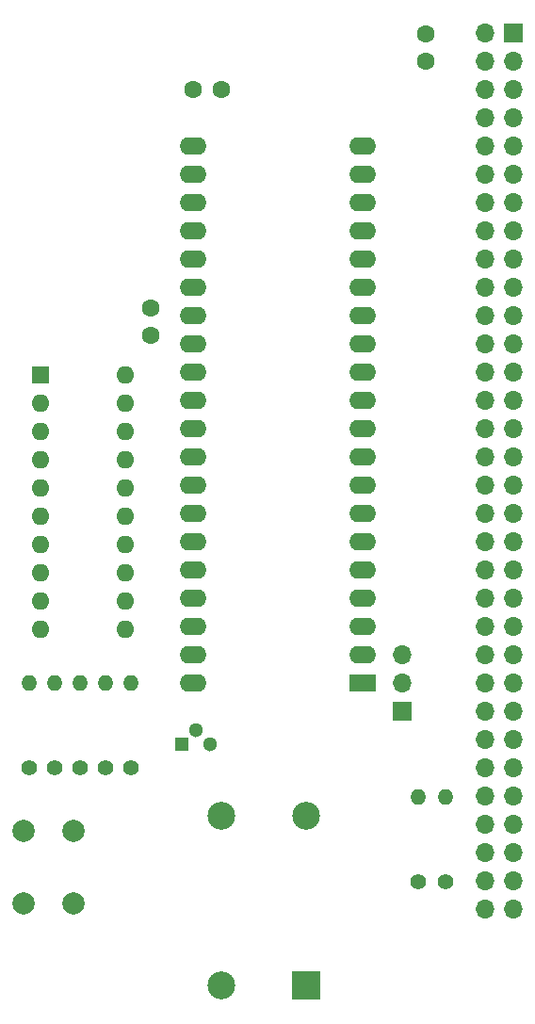
<source format=gbs>
G04 #@! TF.GenerationSoftware,KiCad,Pcbnew,(7.0.0)*
G04 #@! TF.CreationDate,2024-08-22T13:09:56-04:00*
G04 #@! TF.ProjectId,LB-65CXX-01,4c422d36-3543-4585-982d-30312e6b6963,1*
G04 #@! TF.SameCoordinates,Original*
G04 #@! TF.FileFunction,Soldermask,Bot*
G04 #@! TF.FilePolarity,Negative*
%FSLAX46Y46*%
G04 Gerber Fmt 4.6, Leading zero omitted, Abs format (unit mm)*
G04 Created by KiCad (PCBNEW (7.0.0)) date 2024-08-22 13:09:56*
%MOMM*%
%LPD*%
G01*
G04 APERTURE LIST*
%ADD10R,1.700000X1.700000*%
%ADD11O,1.700000X1.700000*%
%ADD12R,2.400000X1.600000*%
%ADD13O,2.400000X1.600000*%
%ADD14C,1.400000*%
%ADD15O,1.400000X1.400000*%
%ADD16R,1.300000X1.300000*%
%ADD17C,1.300000*%
%ADD18R,1.600000X1.600000*%
%ADD19O,1.600000X1.600000*%
%ADD20C,1.600000*%
%ADD21R,2.500000X2.500000*%
%ADD22C,2.500000*%
%ADD23C,2.000000*%
G04 APERTURE END LIST*
D10*
X179889999Y-54614999D03*
D11*
X177349999Y-54614999D03*
X179889999Y-57154999D03*
X177349999Y-57154999D03*
X179889999Y-59694999D03*
X177349999Y-59694999D03*
X179889999Y-62234999D03*
X177349999Y-62234999D03*
X179889999Y-64774999D03*
X177349999Y-64774999D03*
X179889999Y-67314999D03*
X177349999Y-67314999D03*
X179889999Y-69854999D03*
X177349999Y-69854999D03*
X179889999Y-72394999D03*
X177349999Y-72394999D03*
X179889999Y-74934999D03*
X177349999Y-74934999D03*
X179889999Y-77474999D03*
X177349999Y-77474999D03*
X179889999Y-80014999D03*
X177349999Y-80014999D03*
X179889999Y-82554999D03*
X177349999Y-82554999D03*
X179889999Y-85094999D03*
X177349999Y-85094999D03*
X179889999Y-87634999D03*
X177349999Y-87634999D03*
X179889999Y-90174999D03*
X177349999Y-90174999D03*
X179889999Y-92714999D03*
X177349999Y-92714999D03*
X179889999Y-95254999D03*
X177349999Y-95254999D03*
X179889999Y-97794999D03*
X177349999Y-97794999D03*
X179889999Y-100334999D03*
X177349999Y-100334999D03*
X179889999Y-102874999D03*
X177349999Y-102874999D03*
X179889999Y-105414999D03*
X177349999Y-105414999D03*
X179889999Y-107954999D03*
X177349999Y-107954999D03*
X179889999Y-110494999D03*
X177349999Y-110494999D03*
X179889999Y-113034999D03*
X177349999Y-113034999D03*
X179889999Y-115574999D03*
X177349999Y-115574999D03*
X179889999Y-118114999D03*
X177349999Y-118114999D03*
X179889999Y-120654999D03*
X177349999Y-120654999D03*
X179889999Y-123194999D03*
X177349999Y-123194999D03*
X179889999Y-125734999D03*
X177349999Y-125734999D03*
X179889999Y-128274999D03*
X177349999Y-128274999D03*
X179889999Y-130814999D03*
X177349999Y-130814999D03*
X179889999Y-133354999D03*
X177349999Y-133354999D03*
D12*
X166374999Y-113024999D03*
D13*
X166374999Y-110484999D03*
X166374999Y-107944999D03*
X166374999Y-105404999D03*
X166374999Y-102864999D03*
X166374999Y-100324999D03*
X166374999Y-97784999D03*
X166374999Y-95244999D03*
X166374999Y-92704999D03*
X166374999Y-90164999D03*
X166374999Y-87624999D03*
X166374999Y-85084999D03*
X166374999Y-82544999D03*
X166374999Y-80004999D03*
X166374999Y-77464999D03*
X166374999Y-74924999D03*
X166374999Y-72384999D03*
X166374999Y-69844999D03*
X166374999Y-67304999D03*
X166374999Y-64764999D03*
X151134999Y-64764999D03*
X151134999Y-67304999D03*
X151134999Y-69844999D03*
X151134999Y-72384999D03*
X151134999Y-74924999D03*
X151134999Y-77464999D03*
X151134999Y-80004999D03*
X151134999Y-82544999D03*
X151134999Y-85084999D03*
X151134999Y-87624999D03*
X151134999Y-90164999D03*
X151134999Y-92704999D03*
X151134999Y-95244999D03*
X151134999Y-97784999D03*
X151134999Y-100324999D03*
X151134999Y-102864999D03*
X151134999Y-105404999D03*
X151134999Y-107944999D03*
X151134999Y-110484999D03*
X151134999Y-113024999D03*
D14*
X171399200Y-130860800D03*
D15*
X171399199Y-123240799D03*
D14*
X145542000Y-120650000D03*
D15*
X145541999Y-113029999D03*
D14*
X140970000Y-120650000D03*
D15*
X140969999Y-113029999D03*
D14*
X136398000Y-120650000D03*
D15*
X136397999Y-113029999D03*
D16*
X150129999Y-118469999D03*
D17*
X151400000Y-117200000D03*
X152670000Y-118470000D03*
D14*
X143256000Y-120650000D03*
D15*
X143255999Y-113029999D03*
D10*
X169925999Y-115554999D03*
D11*
X169925999Y-113014999D03*
X169925999Y-110474999D03*
D14*
X173812200Y-130860800D03*
D15*
X173812199Y-123240799D03*
D18*
X137423999Y-85348999D03*
D19*
X137423999Y-87888999D03*
X137423999Y-90428999D03*
X137423999Y-92968999D03*
X137423999Y-95508999D03*
X137423999Y-98048999D03*
X137423999Y-100588999D03*
X137423999Y-103128999D03*
X137423999Y-105668999D03*
X137423999Y-108208999D03*
X145043999Y-108208999D03*
X145043999Y-105668999D03*
X145043999Y-103128999D03*
X145043999Y-100588999D03*
X145043999Y-98048999D03*
X145043999Y-95508999D03*
X145043999Y-92968999D03*
X145043999Y-90428999D03*
X145043999Y-87888999D03*
X145043999Y-85348999D03*
D20*
X151150000Y-59690000D03*
X153650000Y-59690000D03*
D21*
X161289999Y-140207999D03*
D22*
X161290000Y-124968000D03*
X153670000Y-124968000D03*
X153670000Y-140208000D03*
D20*
X172085000Y-57130000D03*
X172085000Y-54630000D03*
D23*
X135926000Y-132790000D03*
X135926000Y-126290000D03*
X140426000Y-132790000D03*
X140426000Y-126290000D03*
D14*
X138684000Y-120650000D03*
D15*
X138683999Y-113029999D03*
D20*
X147320000Y-81768000D03*
X147320000Y-79268000D03*
M02*

</source>
